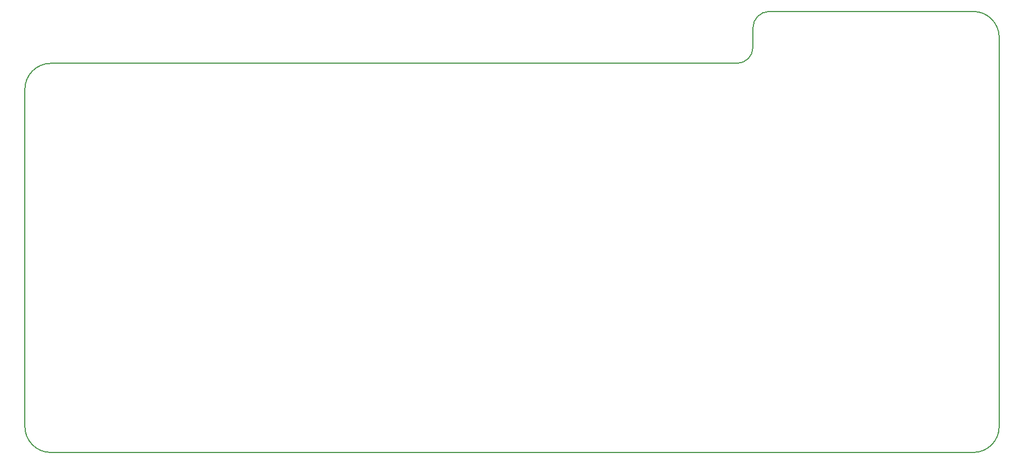
<source format=gbr>
%TF.GenerationSoftware,KiCad,Pcbnew,5.1.10-88a1d61d58~90~ubuntu20.04.1*%
%TF.CreationDate,2022-04-11T18:47:40-06:00*%
%TF.ProjectId,controller,636f6e74-726f-46c6-9c65-722e6b696361,rev?*%
%TF.SameCoordinates,Original*%
%TF.FileFunction,Profile,NP*%
%FSLAX46Y46*%
G04 Gerber Fmt 4.6, Leading zero omitted, Abs format (unit mm)*
G04 Created by KiCad (PCBNEW 5.1.10-88a1d61d58~90~ubuntu20.04.1) date 2022-04-11 18:47:40*
%MOMM*%
%LPD*%
G01*
G04 APERTURE LIST*
%TA.AperFunction,Profile*%
%ADD10C,0.150000*%
%TD*%
G04 APERTURE END LIST*
D10*
X142500000Y-92100000D02*
X142500000Y-95100000D01*
X180400000Y-153600000D02*
X180400000Y-93600000D01*
X34400000Y-157600000D02*
X176400000Y-157600000D01*
X30400000Y-101600000D02*
X30400000Y-153600000D01*
X142500000Y-95100000D02*
G75*
G02*
X140000000Y-97600000I-2500000J0D01*
G01*
X142500000Y-92100000D02*
G75*
G02*
X145000000Y-89600000I2500000J0D01*
G01*
X176400000Y-89600000D02*
G75*
G02*
X180400000Y-93600000I0J-4000000D01*
G01*
X180400000Y-153600000D02*
G75*
G02*
X176400000Y-157600000I-4000000J0D01*
G01*
X34400000Y-157600000D02*
G75*
G02*
X30400000Y-153600000I0J4000000D01*
G01*
X30400000Y-101600000D02*
G75*
G02*
X34400000Y-97600000I4000000J0D01*
G01*
X140000000Y-97600000D02*
X34400000Y-97600000D01*
X145000000Y-89600000D02*
X176400000Y-89600000D01*
M02*

</source>
